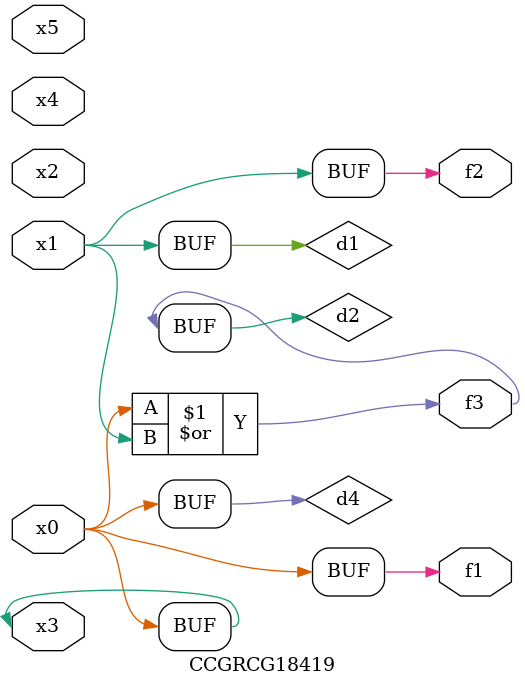
<source format=v>
module CCGRCG18419(
	input x0, x1, x2, x3, x4, x5,
	output f1, f2, f3
);

	wire d1, d2, d3, d4;

	and (d1, x1);
	or (d2, x0, x1);
	nand (d3, x0, x5);
	buf (d4, x0, x3);
	assign f1 = d4;
	assign f2 = d1;
	assign f3 = d2;
endmodule

</source>
